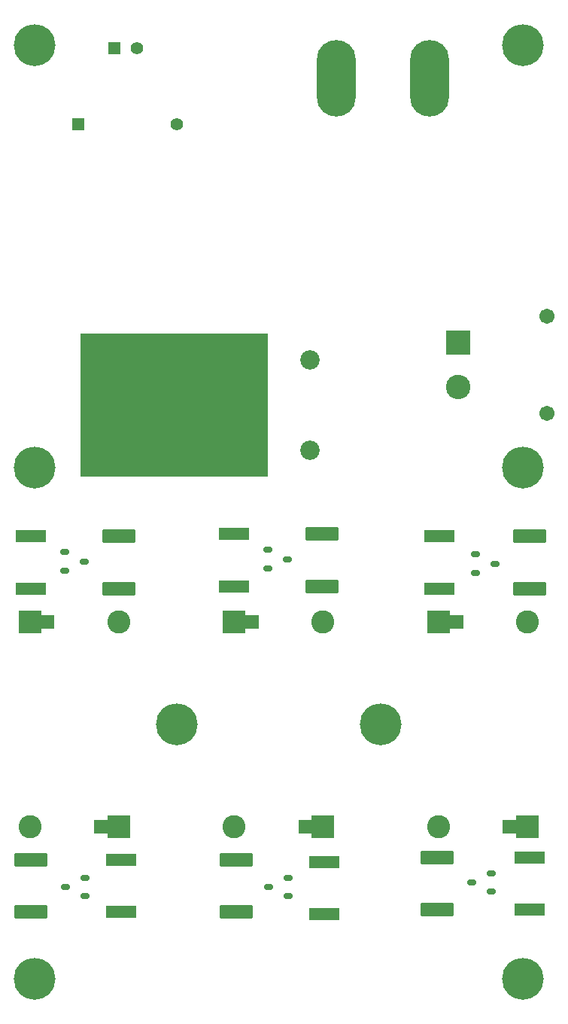
<source format=gbr>
%TF.GenerationSoftware,KiCad,Pcbnew,8.0.5*%
%TF.CreationDate,2025-02-03T18:13:47-05:00*%
%TF.ProjectId,Passive Cap Bank V1,50617373-6976-4652-9043-61702042616e,1.0*%
%TF.SameCoordinates,Original*%
%TF.FileFunction,Soldermask,Bot*%
%TF.FilePolarity,Negative*%
%FSLAX46Y46*%
G04 Gerber Fmt 4.6, Leading zero omitted, Abs format (unit mm)*
G04 Created by KiCad (PCBNEW 8.0.5) date 2025-02-03 18:13:47*
%MOMM*%
%LPD*%
G01*
G04 APERTURE LIST*
G04 Aperture macros list*
%AMRoundRect*
0 Rectangle with rounded corners*
0 $1 Rounding radius*
0 $2 $3 $4 $5 $6 $7 $8 $9 X,Y pos of 4 corners*
0 Add a 4 corners polygon primitive as box body*
4,1,4,$2,$3,$4,$5,$6,$7,$8,$9,$2,$3,0*
0 Add four circle primitives for the rounded corners*
1,1,$1+$1,$2,$3*
1,1,$1+$1,$4,$5*
1,1,$1+$1,$6,$7*
1,1,$1+$1,$8,$9*
0 Add four rect primitives between the rounded corners*
20,1,$1+$1,$2,$3,$4,$5,0*
20,1,$1+$1,$4,$5,$6,$7,0*
20,1,$1+$1,$6,$7,$8,$9,0*
20,1,$1+$1,$8,$9,$2,$3,0*%
G04 Aperture macros list end*
%ADD10C,0.050000*%
%ADD11C,4.700000*%
%ADD12R,2.600200X2.600200*%
%ADD13R,1.600200X1.600200*%
%ADD14C,2.600200*%
%ADD15R,1.397000X1.397000*%
%ADD16C,1.397000*%
%ADD17O,4.404000X8.604000*%
%ADD18C,2.754000*%
%ADD19RoundRect,0.102000X-1.275000X1.275000X-1.275000X-1.275000X1.275000X-1.275000X1.275000X1.275000X0*%
%ADD20C,1.712000*%
%ADD21RoundRect,0.150000X0.350000X0.150000X-0.350000X0.150000X-0.350000X-0.150000X0.350000X-0.150000X0*%
%ADD22RoundRect,0.150000X-0.350000X-0.150000X0.350000X-0.150000X0.350000X0.150000X-0.350000X0.150000X0*%
%ADD23R,3.454400X1.320800*%
%ADD24RoundRect,0.102000X-1.730000X0.665000X-1.730000X-0.665000X1.730000X-0.665000X1.730000X0.665000X0*%
%ADD25C,2.184400*%
%ADD26RoundRect,0.102000X1.730000X-0.665000X1.730000X0.665000X-1.730000X0.665000X-1.730000X-0.665000X0*%
G04 APERTURE END LIST*
D10*
X65192000Y-92456000D02*
X86192000Y-92456000D01*
X86192000Y-108456000D01*
X65192000Y-108456000D01*
X65192000Y-92456000D01*
G36*
X65192000Y-92456000D02*
G01*
X86192000Y-92456000D01*
X86192000Y-108456000D01*
X65192000Y-108456000D01*
X65192000Y-92456000D01*
G37*
D11*
%TO.C,REF\u002A\u002A*%
X60020000Y-60000000D03*
%TD*%
%TO.C,REF\u002A\u002A*%
X115020000Y-60000000D03*
%TD*%
D12*
%TO.C,C1*%
X115500000Y-147872041D03*
D13*
X113500000Y-147872041D03*
D14*
X105500000Y-147872041D03*
%TD*%
D15*
%TO.C,R14*%
X64913630Y-68881500D03*
D16*
X76015970Y-68881500D03*
%TD*%
D12*
%TO.C,C5*%
X82500000Y-124872041D03*
D13*
X84500000Y-124872041D03*
D14*
X92500000Y-124872041D03*
%TD*%
D12*
%TO.C,C3*%
X69500000Y-147872041D03*
D13*
X67500000Y-147872041D03*
D14*
X59500000Y-147872041D03*
%TD*%
D15*
%TO.C,D1*%
X69026988Y-60390988D03*
D16*
X71566988Y-60390988D03*
%TD*%
D12*
%TO.C,C2*%
X92500000Y-147872041D03*
D13*
X90500000Y-147872041D03*
D14*
X82500000Y-147872041D03*
%TD*%
D12*
%TO.C,C4*%
X59500000Y-124872041D03*
D13*
X61500000Y-124872041D03*
D14*
X69500000Y-124872041D03*
%TD*%
D11*
%TO.C,REF\u002A\u002A*%
X115020000Y-165000000D03*
%TD*%
%TO.C,REF\u002A\u002A*%
X76020000Y-136372041D03*
%TD*%
D17*
%TO.C,SW1*%
X104480000Y-63754000D03*
X93980000Y-63754000D03*
%TD*%
D12*
%TO.C,C6*%
X105500000Y-124872041D03*
D13*
X107500000Y-124872041D03*
D14*
X115500000Y-124872041D03*
%TD*%
D18*
%TO.C,J1*%
X107690000Y-98470000D03*
D19*
X107690000Y-93470000D03*
D20*
X117690000Y-101470000D03*
X117690000Y-90470000D03*
%TD*%
D11*
%TO.C,REF\u002A\u002A*%
X115020000Y-107500000D03*
%TD*%
%TO.C,REF\u002A\u002A*%
X60040000Y-107500000D03*
%TD*%
%TO.C,REF\u002A\u002A*%
X60020000Y-165000000D03*
%TD*%
%TO.C,REF\u002A\u002A*%
X99020000Y-136372041D03*
%TD*%
D21*
%TO.C,Q3*%
X65710600Y-153650241D03*
X65710600Y-155710241D03*
X63510600Y-154680241D03*
%TD*%
D22*
%TO.C,Q5*%
X86284600Y-118852241D03*
X86284600Y-116792241D03*
X88484600Y-117822241D03*
%TD*%
D23*
%TO.C,R9*%
X82474600Y-120884241D03*
X82474600Y-114991441D03*
%TD*%
%TO.C,R5*%
X69774600Y-151618241D03*
X69774600Y-157511041D03*
%TD*%
%TO.C,R1*%
X115748600Y-151364241D03*
X115748600Y-157257041D03*
%TD*%
%TO.C,R11*%
X105588600Y-121138241D03*
X105588600Y-115245441D03*
%TD*%
D24*
%TO.C,R10*%
X92380600Y-114996241D03*
X92380600Y-120884241D03*
%TD*%
D22*
%TO.C,Q6*%
X109652600Y-119360241D03*
X109652600Y-117300241D03*
X111852600Y-118330241D03*
%TD*%
%TO.C,Q4*%
X63424600Y-119106241D03*
X63424600Y-117046241D03*
X65624600Y-118076241D03*
%TD*%
D21*
%TO.C,Q2*%
X88570600Y-153650241D03*
X88570600Y-155710241D03*
X86370600Y-154680241D03*
%TD*%
D23*
%TO.C,R3*%
X92634600Y-151872241D03*
X92634600Y-157765041D03*
%TD*%
D24*
%TO.C,R8*%
X69520600Y-115250241D03*
X69520600Y-121138241D03*
%TD*%
D25*
%TO.C,R13*%
X90992000Y-95375000D03*
X90992000Y-105535000D03*
%TD*%
D24*
%TO.C,R12*%
X115748600Y-115250241D03*
X115748600Y-121138241D03*
%TD*%
D23*
%TO.C,R7*%
X59614600Y-121138241D03*
X59614600Y-115245441D03*
%TD*%
D26*
%TO.C,R2*%
X105334600Y-157252241D03*
X105334600Y-151364241D03*
%TD*%
%TO.C,R6*%
X59614600Y-157506241D03*
X59614600Y-151618241D03*
%TD*%
%TO.C,R4*%
X82728600Y-157506241D03*
X82728600Y-151618241D03*
%TD*%
D21*
%TO.C,Q1*%
X111430600Y-153142241D03*
X111430600Y-155202241D03*
X109230600Y-154172241D03*
%TD*%
M02*

</source>
